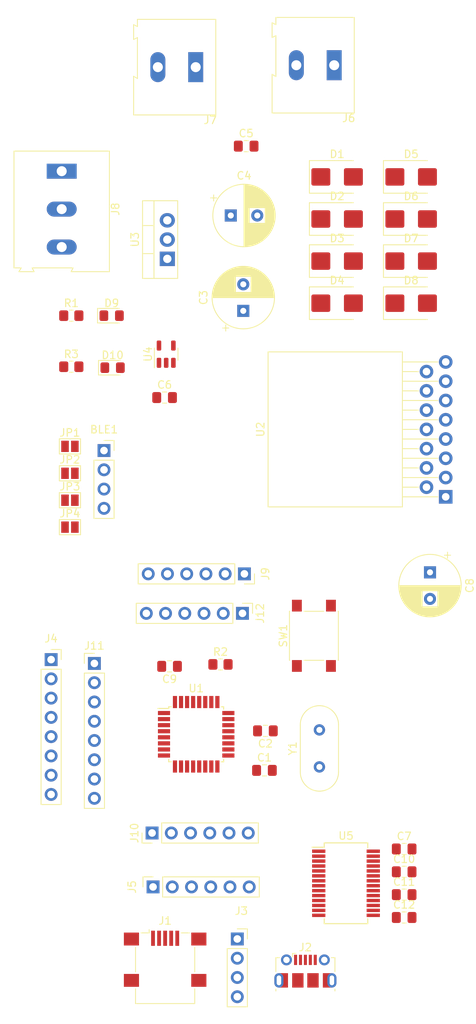
<source format=kicad_pcb>
(kicad_pcb (version 20221018) (generator pcbnew)
  (layers (0 "F.Cu" signal) (31 "B.Cu" signal) (34 "B.Paste" user) (35 "F.Paste" user) (36 "B.SilkS" user "B.Silkscreen") (37 "F.SilkS" user "F.Silkscreen") (38 "B.Mask" user) (39 "F.Mask" user) (44 "Edge.Cuts" user))
  (net 0 "")
  (net 1 "GND")
  (net 2 "Net-(U1-XTAL2{slash}PB7)")
  (net 3 "Net-(U1-XTAL1{slash}PB6)")
  (net 4 "VS")
  (net 5 "+5V")
  (net 6 "+3.3V")
  (net 7 "Net-(D1-A)")
  (net 8 "Net-(D2-A)")
  (net 9 "Net-(D3-A)")
  (net 10 "Net-(D4-A)")
  (net 11 "Net-(J1-ID)")
  (net 12 "Net-(BLE1-Pin_1)")
  (net 13 "Net-(BLE1-Pin_2)")
  (net 14 "Net-(J11-Pin_4)")
  (net 15 "Net-(J11-Pin_5)")
  (net 16 "/TX_BLE")
  (net 17 "/PWM0")
  (net 18 "/RX_BLE")
  (net 19 "Net-(J11-Pin_8)")
  (net 20 "/PWM2")
  (net 21 "/PWM3")
  (net 22 "Net-(J10-Pin_3)")
  (net 23 "Net-(J10-Pin_4)")
  (net 24 "Net-(J10-Pin_5)")
  (net 25 "Net-(J10-Pin_6)")
  (net 28 "Net-(J12-Pin_1)")
  (net 29 "Net-(J12-Pin_2)")
  (net 30 "Net-(J12-Pin_3)")
  (net 31 "Net-(J12-Pin_4)")
  (net 32 "Net-(J12-Pin_5)")
  (net 33 "Net-(J12-Pin_6)")
  (net 36 "Net-(D9-K)")
  (net 37 "Net-(D10-K)")
  (net 38 "/RXD")
  (net 39 "/TXD")
  (net 40 "Net-(U5-3V3OUT)")
  (net 41 "Net-(U5-DTR)")
  (net 42 "/DTR")
  (net 43 "Net-(J11-Pin_6)")
  (net 44 "Net-(J11-Pin_7)")
  (net 59 "Net-(J1-Shield)")
  (footprint "Connector_PinSocket_2.54mm:PinSocket_1x06_P2.54mm_Vertical" (layer "F.Cu") (at 116.967 171.831 90)
    (fp_text reference "J5" (at 0 -2.77 90) (layer "F.SilkS"))
    (fp_text value "Conn_01x06_Pin")
    (pad "1" thru_hole rect (at 0 0 90) (size 1.7 1.7) (drill 1) (layers "*.Cu" "*.Mask") (net 20 "/PWM2"))
    (pad "2" thru_hole oval (at 0 2.54 90) (size 1.7 1.7) (drill 1) (layers "*.Cu" "*.Mask") (net 21 "/PWM3"))
    (pad "3" thru_hole oval (at 0 5.08 90) (size 1.7 1.7) (drill 1) (layers "*.Cu" "*.Mask") (net 22 "Net-(J10-Pin_3)"))
    (pad "4" thru_hole oval (at 0 7.62 90) (size 1.7 1.7) (drill 1) (layers "*.Cu" "*.Mask") (net 23 "Net-(J10-Pin_4)"))
    (pad "5" thru_hole oval (at 0 10.16 90) (size 1.7 1.7) (drill 1) (layers "*.Cu" "*.Mask") (net 24 "Net-(J10-Pin_5)"))
    (pad "6" thru_hole oval (at 0 12.7 90) (size 1.7 1.7) (drill 1) (layers "*.Cu" "*.Mask") (net 25 "Net-(J10-Pin_6)"))
  )
  (footprint "Connector_PinSocket_2.54mm:PinSocket_1x04_P2.54mm_Vertical" (layer "F.Cu") (at 110.49 114.3)
    (fp_text reference "BLE1" (at 0 -2.77) (layer "F.SilkS"))
    (fp_text value "Conn_01x04_Pin")
    (pad "1" thru_hole rect (at 0 0) (size 1.7 1.7) (drill 1) (layers "*.Cu" "*.Mask") (net 12 "Net-(BLE1-Pin_1)"))
    (pad "2" thru_hole oval (at 0 2.54) (size 1.7 1.7) (drill 1) (layers "*.Cu" "*.Mask") (net 13 "Net-(BLE1-Pin_2)"))
    (pad "3" thru_hole oval (at 0 5.08) (size 1.7 1.7) (drill 1) (layers "*.Cu" "*.Mask") (net 16 "/TX_BLE"))
    (pad "4" thru_hole oval (at 0 7.62) (size 1.7 1.7) (drill 1) (layers "*.Cu" "*.Mask") (net 18 "/RX_BLE"))
  )
  (footprint "Diode_SMD:D_SMB" (layer "F.Cu") (at 141.277 83.774)
    (fp_text reference "D2" (at 0 -3) (layer "F.SilkS"))
    (fp_text value "B260")
    (pad "1" smd roundrect (at -2.15 0) (size 2.5 2.3) (layers "F.Cu" "F.Paste" "F.Mask") (roundrect_rratio 0.1086956522) (net 4 "VS"))
    (pad "2" smd roundrect (at 2.15 0) (size 2.5 2.3) (layers "F.Cu" "F.Paste" "F.Mask") (roundrect_rratio 0.1086956522) (net 8 "Net-(D2-A)"))
  )
  (footprint "Capacitor_SMD:C_0805_2012Metric_Pad1.18x1.45mm_HandSolder" (layer "F.Cu") (at 118.491 107.315)
    (fp_text reference "C6" (at 0 -1.68) (layer "F.SilkS"))
    (fp_text value "1uF")
    (pad "1" smd roundrect (at -1.0375 0) (size 1.175 1.45) (layers "F.Cu" "F.Paste" "F.Mask") (roundrect_rratio 0.212766) (net 6 "+3.3V"))
    (pad "2" smd roundrect (at 1.0375 0) (size 1.175 1.45) (layers "F.Cu" "F.Paste" "F.Mask") (roundrect_rratio 0.212766) (net 1 "GND"))
  )
  (footprint "Package_SO:SSOP-28_5.3x10.2mm_P0.65mm" (layer "F.Cu") (at 142.45 171.349)
    (fp_text reference "U5" (at 0 -6.25) (layer "F.SilkS"))
    (fp_text value "FT232RL")
    (pad "1" smd rect (at -3.6 -4.225) (size 1.75 0.45) (layers "F.Cu" "F.Paste" "F.Mask") (net 38 "/RXD"))
    (pad "2" smd rect (at -3.6 -3.575) (size 1.75 0.45) (layers "F.Cu" "F.Paste" "F.Mask") (net 41 "Net-(U5-DTR)"))
    (pad "3" smd rect (at -3.6 -2.925) (size 1.75 0.45) (layers "F.Cu" "F.Paste" "F.Mask"))
    (pad "4" smd rect (at -3.6 -2.275) (size 1.75 0.45) (layers "F.Cu" "F.Paste" "F.Mask"))
    (pad "5" smd rect (at -3.6 -1.625) (size 1.75 0.45) (layers "F.Cu" "F.Paste" "F.Mask") (net 39 "/TXD"))
    (pad "6" smd rect (at -3.6 -0.975) (size 1.75 0.45) (layers "F.Cu" "F.Paste" "F.Mask"))
    (pad "7" smd rect (at -3.6 -0.325) (size 1.75 0.45) (layers "F.Cu" "F.Paste" "F.Mask") (net 1 "GND"))
    (pad "8" smd rect (at -3.6 0.325) (size 1.75 0.45) (layers "F.Cu" "F.Paste" "F.Mask"))
    (pad "9" smd rect (at -3.6 0.975) (size 1.75 0.45) (layers "F.Cu" "F.Paste" "F.Mask"))
    (pad "10" smd rect (at -3.6 1.625) (size 1.75 0.45) (layers "F.Cu" "F.Paste" "F.Mask"))
    (pad "11" smd rect (at -3.6 2.275) (size 1.75 0.45) (layers "F.Cu" "F.Paste" "F.Mask"))
    (pad "12" smd rect (at -3.6 2.925) (size 1.75 0.45) (layers "F.Cu" "F.Paste" "F.Mask"))
    (pad "13" smd rect (at -3.6 3.575) (size 1.75 0.45) (layers "F.Cu" "F.Paste" "F.Mask"))
    (pad "14" smd rect (at -3.6 4.225) (size 1.75 0.45) (layers "F.Cu" "F.Paste" "F.Mask"))
    (pad "15" smd rect (at 3.6 4.225) (size 1.75 0.45) (layers "F.Cu" "F.Paste" "F.Mask") (net 1 "GND"))
    (pad "16" smd rect (at 3.6 3.575) (size 1.75 0.45) (layers "F.Cu" "F.Paste" "F.Mask") (net 1 "GND"))
    (pad "17" smd rect (at 3.6 2.925) (size 1.75 0.45) (layers "F.Cu" "F.Paste" "F.Mask") (net 40 "Net-(U5-3V3OUT)"))
    (pad "18" smd rect (at 3.6 2.275) (size 1.75 0.45) (layers "F.Cu" "F.Paste" "F.Mask") (net 1 "GND"))
    (pad "19" smd rect (at 3.6 1.625) (size 1.75 0.45) (layers "F.Cu" "F.Paste" "F.Mask"))
    (pad "20" smd rect (at 3.6 0.975) (size 1.75 0.45) (layers "F.Cu" "F.Paste" "F.Mask") (net 1 "GND"))
    (pad "21" smd rect (at 3.6 0.325) (size 1.75 0.45) (layers "F.Cu" "F.Paste" "F.Mask") (net 1 "GND"))
    (pad "22" smd rect (at 3.6 -0.325) (size 1.75 0.45) (layers "F.Cu" "F.Paste" "F.Mask"))
    (pad "23" smd rect (at 3.6 -0.975) (size 1.75 0.45) (layers "F.Cu" "F.Paste" "F.Mask"))
    (pad "24" smd rect (at 3.6 -1.625) (size 1.75 0.45) (layers "F.Cu" "F.Paste" "F.Mask"))
    (pad "25" smd rect (at 3.6 -2.275) (size 1.75 0.45) (layers "F.Cu" "F.Paste" "F.Mask") (net 1 "GND"))
    (pad "26" smd rect (at 3.6 -2.925) (size 1.75 0.45) (layers "F.Cu" "F.Paste" "F.Mask") (net 1 "GND"))
    (pad "27" smd rect (at 3.6 -3.575) (size 1.75 0.45) (layers "F.Cu" "F.Paste" "F.Mask"))
    (pad "28" smd rect (at 3.6 -4.225) (size 1.75 0.45) (layers "F.Cu" "F.Paste" "F.Mask"))
  )
  (footprint "Package_TO_SOT_THT:TO-220-3_Vertical" (layer "F.Cu") (at 118.8505 89.027 90)
    (fp_text reference "U3" (at 2.54 -4.27 90) (layer "F.SilkS"))
    (fp_text value "LM7805_TO220")
    (pad "1" thru_hole rect (at 0 0 90) (size 1.905 2) (drill 1.1) (layers "*.Cu" "*.Mask") (net 4 "VS"))
    (pad "2" thru_hole oval (at 2.54 0 90) (size 1.905 2) (drill 1.1) (layers "*.Cu" "*.Mask") (net 1 "GND"))
    (pad "3" thru_hole oval (at 5.08 0 90) (size 1.905 2) (drill 1.1) (layers "*.Cu" "*.Mask") (net 5 "+5V"))
  )
  (footprint "TerminalBlock:TerminalBlock_Altech_AK300-2_P5.00mm" (layer "F.Cu") (at 140.89 63.5 180)
    (fp_text reference "J6" (at -1.92 -6.99) (layer "F.SilkS"))
    (fp_text value "Moteur 2")
    (pad "1" thru_hole rect (at 0 0 180) (size 1.98 3.96) (drill 1.32) (layers "*.Cu" "*.Mask") (net 9 "Net-(D3-A)"))
    (pad "2" thru_hole oval (at 5 0 180) (size 1.98 3.96) (drill 1.32) (layers "*.Cu" "*.Mask") (net 10 "Net-(D4-A)"))
  )
  (footprint "Jumper:SolderJumper-2_P1.3mm_Open_Pad1.0x1.5mm" (layer "F.Cu") (at 105.99 120.85)
    (fp_text reference "JP3" (at 0 -1.8) (layer "F.SilkS"))
    (fp_text value "Jumper_2_Open")
    (pad "1" smd rect (at -0.65 0) (size 1 1.5) (layers "F.Cu" "F.Mask") (net 38 "/RXD"))
    (pad "2" smd rect (at 0.65 0) (size 1 1.5) (layers "F.Cu" "F.Mask") (net 16 "/TX_BLE"))
  )
  (footprint "Jumper:SolderJumper-2_P1.3mm_Open_Pad1.0x1.5mm" (layer "F.Cu") (at 105.99 117.3)
    (fp_text reference "JP2" (at 0 -1.8) (layer "F.SilkS"))
    (fp_text value "Jumper_2_Open")
    (pad "1" smd rect (at -0.65 0) (size 1 1.5) (layers "F.Cu" "F.Mask") (net 1 "GND"))
    (pad "2" smd rect (at 0.65 0) (size 1 1.5) (layers "F.Cu" "F.Mask") (net 13 "Net-(BLE1-Pin_2)"))
  )
  (footprint "Capacitor_SMD:C_0805_2012Metric_Pad1.18x1.45mm_HandSolder" (layer "F.Cu") (at 150.13 169.839)
    (fp_text reference "C10" (at 0 -1.68) (layer "F.SilkS"))
    (fp_text value "0.1uF")
    (pad "1" smd roundrect (at -1.0375 0) (size 1.175 1.45) (layers "F.Cu" "F.Paste" "F.Mask") (roundrect_rratio 0.212766) (net 1 "GND"))
    (pad "2" smd roundrect (at 1.0375 0) (size 1.175 1.45) (layers "F.Cu" "F.Paste" "F.Mask") (roundrect_rratio 0.212766) (net 1 "GND"))
  )
  (footprint "Diode_SMD:D_SMB" (layer "F.Cu") (at 141.277 89.324)
    (fp_text reference "D3" (at 0 -3) (layer "F.SilkS"))
    (fp_text value "B260")
    (pad "1" smd roundrect (at -2.15 0) (size 2.5 2.3) (layers "F.Cu" "F.Paste" "F.Mask") (roundrect_rratio 0.1086956522) (net 4 "VS"))
    (pad "2" smd roundrect (at 2.15 0) (size 2.5 2.3) (layers "F.Cu" "F.Paste" "F.Mask") (roundrect_rratio 0.1086956522) (net 9 "Net-(D3-A)"))
  )
  (footprint "Capacitor_THT:CP_Radial_D8.0mm_P3.50mm" (layer "F.Cu") (at 128.8835 95.885 90)
    (fp_text reference "C3" (at 1.75 -5.25 90) (layer "F.SilkS"))
    (fp_text value "100uF")
    (pad "1" thru_hole rect (at 0 0 90) (size 1.6 1.6) (drill 0.8) (layers "*.Cu" "*.Mask") (net 4 "VS"))
    (pad "2" thru_hole circle (at 3.5 0 90) (size 1.6 1.6) (drill 0.8) (layers "*.Cu" "*.Mask") (net 1 "GND"))
  )
  (footprint "Diode_SMD:D_SMB" (layer "F.Cu") (at 151.056 83.774)
    (fp_text reference "D6" (at 0 -3) (layer "F.SilkS"))
    (fp_text value "B260")
    (pad "1" smd roundrect (at -2.15 0) (size 2.5 2.3) (layers "F.Cu" "F.Paste" "F.Mask") (roundrect_rratio 0.1086956522) (net 8 "Net-(D2-A)"))
    (pad "2" smd roundrect (at 2.15 0) (size 2.5 2.3) (layers "F.Cu" "F.Paste" "F.Mask") (roundrect_rratio 0.1086956522) (net 1 "GND"))
  )
  (footprint "Button_Switch_SMD:SW_Push_1P1T_NO_6x6mm_H9.5mm" (layer "F.Cu") (at 138.212 138.722 90)
    (fp_text reference "SW1" (at 0 -4.05 90) (layer "F.SilkS"))
    (fp_text value "RESET BUTTON")
    (pad "1" smd rect (at -3.975 -2.25 90) (size 1.55 1.3) (layers "F.Cu" "F.Paste" "F.Mask") (net 42 "/DTR"))
    (pad "1" smd rect (at 3.975 -2.25 90) (size 1.55 1.3) (layers "F.Cu" "F.Paste" "F.Mask") (net 42 "/DTR"))
    (pad "2" smd rect (at -3.975 2.25 90) (size 1.55 1.3) (layers "F.Cu" "F.Paste" "F.Mask") (net 1 "GND"))
    (pad "2" smd rect (at 3.975 2.25 90) (size 1.55 1.3) (layers "F.Cu" "F.Paste" "F.Mask") (net 1 "GND"))
  )
  (footprint "Capacitor_SMD:C_0805_2012Metric_Pad1.18x1.45mm_HandSolder" (layer "F.Cu") (at 150.13 175.859)
    (fp_text reference "C12" (at 0 -1.68) (layer "F.SilkS"))
    (fp_text value "100uF")
    (pad "1" smd roundrect (at -1.0375 0) (size 1.175 1.45) (layers "F.Cu" "F.Paste" "F.Mask") (roundrect_rratio 0.212766) (net 41 "Net-(U5-DTR)"))
    (pad "2" smd roundrect (at 1.0375 0) (size 1.175 1.45) (layers "F.Cu" "F.Paste" "F.Mask") (roundrect_rratio 0.212766) (net 42 "/DTR"))
  )
  (footprint "Crystal:Crystal_HC49-U_Vertical" (layer "F.Cu") (at 138.938 156.01 90)
    (fp_text reference "Y1" (at 2.44 -3.525 90) (layer "F.SilkS"))
    (fp_text value "Crystal 16MHz")
    (pad "1" thru_hole circle (at 0 0 90) (size 1.5 1.5) (drill 0.8) (layers "*.Cu" "*.Mask") (net 2 "Net-(U1-XTAL2{slash}PB7)"))
    (pad "2" thru_hole circle (at 4.88 0 90) (size 1.5 1.5) (drill 0.8) (layers "*.Cu" "*.Mask") (net 3 "Net-(U1-XTAL1{slash}PB6)"))
  )
  (footprint "Diode_SMD:D_SMB" (layer "F.Cu") (at 151.056 89.324)
    (fp_text reference "D7" (at 0 -3) (layer "F.SilkS"))
    (fp_text value "B260")
    (pad "1" smd roundrect (at -2.15 0) (size 2.5 2.3) (layers "F.Cu" "F.Paste" "F.Mask") (roundrect_rratio 0.1086956522) (net 9 "Net-(D3-A)"))
    (pad "2" smd roundrect (at 2.15 0) (size 2.5 2.3) (layers "F.Cu" "F.Paste" "F.Mask") (roundrect_rratio 0.1086956522) (net 1 "GND"))
  )
  (footprint "Capacitor_SMD:C_0805_2012Metric_Pad1.18x1.45mm_HandSolder" (layer "F.Cu") (at 150.13 166.829)
    (fp_text reference "C7" (at 0 -1.68) (layer "F.SilkS"))
    (fp_text value "10uF")
    (pad "1" smd roundrect (at -1.0375 0) (size 1.175 1.45) (layers "F.Cu" "F.Paste" "F.Mask") (roundrect_rratio 0.212766) (net 1 "GND"))
    (pad "2" smd roundrect (at 1.0375 0) (size 1.175 1.45) (layers "F.Cu" "F.Paste" "F.Mask") (roundrect_rratio 0.212766) (net 1 "GND"))
  )
  (footprint "LED_SMD:LED_0805_2012Metric_Pad1.15x1.40mm_HandSolder" (layer "F.Cu") (at 111.624 103.378)
    (fp_text reference "D10" (at 0 -1.65) (layer "F.SilkS"))
    (fp_text value "5V LED Green")
    (pad "1" smd roundrect (at -1.025 0) (size 1.15 1.4) (layers "F.Cu" "F.Paste" "F.Mask") (roundrect_rratio 0.217391) (net 37 "Net-(D10-K)"))
    (pad "2" smd roundrect (at 1.025 0) (size 1.15 1.4) (layers "F.Cu" "F.Paste" "F.Mask") (roundrect_rratio 0.217391) (net 5 "+5V"))
  )
  (footprint "Connector_PinSocket_2.54mm:PinSocket_1x06_P2.54mm_Vertical" (layer "F.Cu") (at 129.032 130.556 -90)
    (fp_text reference "J9" (at 0 -2.77 90) (layer "F.SilkS"))
    (fp_text value "Conn_01x06_Pin")
    (pad "1" thru_hole rect (at 0 0 270) (size 1.7 1.7) (drill 1) (layers "*.Cu" "*.Mask") (net 28 "Net-(J12-Pin_1)"))
    (pad "2" thru_hole oval (at 0 2.54 270) (size 1.7 1.7) (drill 1) (layers "*.Cu" "*.Mask") (net 29 "Net-(J12-Pin_2)"))
    (pad "3" thru_hole oval (at 0 5.08 270) (size 1.7 1.7) (drill 1) (layers "*.Cu" "*.Mask") (net 30 "Net-(J12-Pin_3)"))
    (pad "4" thru_hole oval (at 0 7.62 270) (size 1.7 1.7) (drill 1) (layers "*.Cu" "*.Mask") (net 31 "Net-(J12-Pin_4)"))
    (pad "5" thru_hole oval (at 0 10.16 270) (size 1.7 1.7) (drill 1) (layers "*.Cu" "*.Mask") (net 32 "Net-(J12-Pin_5)"))
    (pad "6" thru_hole oval (at 0 12.7 270) (size 1.7 1.7) (drill 1) (layers "*.Cu" "*.Mask") (net 33 "Net-(J12-Pin_6)"))
  )
  (footprint "Resistor_SMD:R_0805_2012Metric_Pad1.20x1.40mm_HandSolder" (layer "F.Cu") (at 106.172 96.52)
    (fp_text reference "R1" (at 0 -1.65) (layer "F.SilkS"))
    (fp_text value "1K")
    (pad "1" smd roundrect (at -1 0) (size 1.2 1.4) (layers "F.Cu" "F.Paste" "F.Mask") (roundrect_rratio 0.208333) (net 1 "GND"))
    (pad "2" smd roundrect (at 1 0) (size 1.2 1.4) (layers "F.Cu" "F.Paste" "F.Mask") (roundrect_rratio 0.208333) (net 36 "Net-(D9-K)"))
  )
  (footprint "Capacitor_THT:CP_Radial_D8.0mm_P3.50mm" (layer "F.Cu") (at 153.543 130.358 -90)
    (fp_text reference "C8" (at 1.75 -5.25 90) (layer "F.SilkS"))
    (fp_text value "220uF/32V")
    (pad "1" thru_hole rect (at 0 0 270) (size 1.6 1.6) (drill 0.8) (layers "*.Cu" "*.Mask") (net 4 "VS"))
    (pad "2" thru_hole circle (at 3.5 0 270) (size 1.6 1.6) (drill 0.8) (layers "*.Cu" "*.Mask") (net 1 "GND"))
  )
  (footprint "Resistor_SMD:R_0805_2012Metric_Pad1.20x1.40mm_HandSolder" (layer "F.Cu") (at 106.172 103.251)
    (fp_text reference "R3" (at 0 -1.65) (layer "F.SilkS"))
    (fp_text value "1K")
    (pad "1" smd roundrect (at -1 0) (size 1.2 1.4) (layers "F.Cu" "F.Paste" "F.Mask") (roundrect_rratio 0.208333) (net 1 "GND"))
    (pad "2" smd roundrect (at 1 0) (size 1.2 1.4) (layers "F.Cu" "F.Paste" "F.Mask") (roundrect_rratio 0.208333) (net 37 "Net-(D10-K)"))
  )
  (footprint "Capacitor_THT:CP_Radial_D8.0mm_P3.50mm" (layer "F.Cu") (at 127.2325 83.312)
    (fp_text reference "C4" (at 1.75 -5.25) (layer "F.SilkS"))
    (fp_text value "100uf")
    (pad "1" thru_hole rect (at 0 0) (size 1.6 1.6) (drill 0.8) (layers "*.Cu" "*.Mask") (net 5 "+5V"))
    (pad "2" thru_hole circle (at 3.5 0) (size 1.6 1.6) (drill 0.8) (layers "*.Cu" "*.Mask") (net 1 "GND"))
  )
  (footprint "Connector_PinHeader_2.54mm:PinHeader_1x08_P2.54mm_Vertical" (layer "F.Cu") (at 109.22 142.367)
    (fp_text reference "J11" (at 0 -2.33) (layer "F.SilkS"))
    (fp_text value "Conn_01x08_Socket")
    (pad "1" thru_hole rect (at 0 0) (size 1.7 1.7) (drill 1) (layers "*.Cu" "*.Mask") (net 38 "/RXD"))
    (pad "2" thru_hole oval (at 0 2.54) (size 1.7 1.7) (drill 1) (layers "*.Cu" "*.Mask") (net 39 "/TXD"))
    (pad "3" thru_hole oval (at 0 5.08) (size 1.7 1.7) (drill 1) (layers "*.Cu" "*.Mask") (net 17 "/PWM0"))
    (pad "4" thru_hole oval (at 0 7.62) (size 1.7 1.7) (drill 1) (layers "*.Cu" "*.Mask") (net 14 "Net-(J11-Pin_4)"))
    (pad "5" thru_hole oval (at 0 10.16) (size 1.7 1.7) (drill 1) (layers "*.Cu" "*.Mask") (net 15 "Net-(J11-Pin_5)"))
    (pad "6" thru_hole oval (at 0 12.7) (size 1.7 1.7) (drill 1) (layers "*.Cu" "*.Mask") (net 43 "Net-(J11-Pin_6)"))
    (pad "7" thru_hole oval (at 0 15.24) (size 1.7 1.7) (drill 1) (layers "*.Cu" "*.Mask") (net 44 "Net-(J11-Pin_7)"))
    (pad "8" thru_hole oval (at 0 17.78) (size 1.7 1.7) (drill 1) (layers "*.Cu" "*.Mask") (net 19 "Net-(J11-Pin_8)"))
  )
  (footprint "TerminalBlock:TerminalBlock_Altech_AK300-3_P5.00mm" (layer "F.Cu") (at 104.902 77.47 -90)
    (fp_text reference "J8" (at 5 -7.1 90) (layer "F.SilkS"))
    (fp_text value "Power")
    (pad "1" thru_hole rect (at 0 0 270) (size 1.98 3.96) (drill 1.32) (layers "*.Cu" "*.Mask") (net 4 "VS"))
    (pad "2" thru_hole oval (at 5 0 270) (size 1.98 3.96) (drill 1.32) (layers "*.Cu" "*.Mask") (net 1 "GND"))
    (pad "3" thru_hole oval (at 10 0 270) (size 1.98 3.96) (drill 1.32) (layers "*.Cu" "*.Mask") (net 5 "+5V"))
  )
  (footprint "Connector_PinHeader_2.54mm:PinHeader_1x06_P2.54mm_Vertical" (layer "F.Cu") (at 116.84 164.719 90)
    (fp_text reference "J10" (at 0 -2.33 90) (layer "F.SilkS"))
    (fp_text value "Conn_01x06_Socket")
    (pad "1" thru_hole rect (at 0 0 90) (size 1.7 1.7) (drill 1) (layers "*.Cu" "*.Mask") (net 20 "/PWM2"))
    (pad "2" thru_hole oval (at 0 2.54 90) (size 1.7 1.7) (drill 1) (layers "*.Cu" "*.Mask") (net 21 "/PWM3"))
    (pad "3" thru_hole oval (at 0 5.08 90) (size 1.7 1.7) (drill 1) (layers "*.Cu" "*.Mask") (net 22 "Net-(J10-Pin_3)"))
    (pad "4" thru_hole oval (at 0 7.62 90) (size 1.7 1.7) (drill 1) (layers "*.Cu" "*.Mask") (net 23 "Net-(J10-Pin_4)"))
    (pad "5" thru_hole oval (at 0 10.16 90) (size 1.7 1.7) (drill 1) (layers "*.Cu" "*.Mask") (net 24 "Net-(J10-Pin_5)"))
    (pad "6" thru_hole oval (at 0 12.7 90) (size 1.7 1.7) (drill 1) (layers "*.Cu" "*.Mask") (net 25 "Net-(J10-Pin_6)"))
  )
  (footprint "LED_SMD:LED_0805_2012Metric_Pad1.15x1.40mm_HandSolder" (layer "F.Cu") (at 111.497 96.52)
    (fp_text reference "D9" (at 0 -1.65) (layer "F.SilkS"))
    (fp_text value "3.3V LED Green")
    (pad "1" smd roundrect (at -1.025 0) (size 1.15 1.4) (layers "F.Cu" "F.Paste" "F.Mask") (roundrect_rratio 0.217391) (net 36 "Net-(D9-K)"))
    (pad "2" smd roundrect (at 1.025 0) (size 1.15 1.4) (layers "F.Cu" "F.Paste" "F.Mask") (roundrect_rratio 0.217391) (net 6 "+3.3V"))
  )
  (footprint "Capacitor_SMD:C_0805_2012Metric_Pad1.18x1.45mm_HandSolder" (layer "F.Cu") (at 131.6775 156.464)
    (fp_text reference "C1" (at 0 -1.68) (layer "F.SilkS"))
    (fp_text value "20pF")
    (pad "1" smd roundrect (at -1.0375 0) (size 1.175 1.45) (layers "F.Cu" "F.Paste" "F.Mask") (roundrect_rratio 0.212766) (net 1 "GND"))
    (pad "2" smd roundrect (at 1.0375 0) (size 1.175 1.45) (layers "F.Cu" "F.Paste" "F.Mask") (roundrect_rratio 0.212766) (net 2 "Net-(U1-XTAL2{slash}PB7)"))
  )
  (footprint "Connector_PinSocket_2.54mm:PinSocket_1x04_P2.54mm_Vertical" (layer "F.Cu") (at 128.093 178.689)
    (fp_text reference "J3" (at 0.543 -3.683) (layer "F.SilkS"))
    (fp_text value "Conn_01x04_Pin")
    (pad "1" thru_hole rect (at 0 0) (size 1.7 1.7) (drill 1) (layers "*.Cu" "*.Mask") (net 1 "GND"))
    (pad "2" thru_hole oval (at 0 2.54) (size 1.7 1.7) (drill 1) (layers "*.Cu" "*.Mask") (net 1 "GND"))
    (pad "3" thru_hole oval (at 0 5.08) (size 1.7 1.7) (drill 1) (layers "*.Cu" "*.Mask") (net 1 "GND"))
    (pad "4" thru_hole oval (at 0 7.62) (size 1.7 1.7) (drill 1) (layers "*.Cu" "*.Mask") (net 1 "GND"))
  )
  (footprint "Jumper:SolderJumper-2_P1.3mm_Open_Pad1.0x1.5mm" (layer "F.Cu") (at 105.99 124.4)
    (fp_text reference "JP4" (at 0 -1.8) (layer "F.SilkS"))
    (fp_text value "Jumper_2_Open")
    (pad "1" smd rect (at -0.65 0) (size 1 1.5) (layers "F.Cu" "F.Mask") (net 39 "/TXD"))
    (pad "2" smd rect (at 0.65 0) (size 1 1.5) (layers "F.Cu" "F.Mask") (net 18 "/RX_BLE"))
  )
  (footprint "Capacitor_SMD:C_0805_2012Metric_Pad1.18x1.45mm_HandSolder" (layer "F.Cu") (at 119.1475 142.748 180)
    (fp_text reference "C9" (at 0 -1.68) (layer "F.SilkS"))
    (fp_text value "100nF")
    (pad "1" smd roundrect (at -1.0375 0 180) (size 1.175 1.45) (layers "F.Cu" "F.Paste" "F.Mask") (roundrect_rratio 0.212766) (net 5 "+5V"))
    (pad "2" smd roundrect (at 1.0375 0 180) (size 1.175 1.45) (layers "F.Cu" "F.Paste" "F.Mask") (roundrect_rratio 0.212766) (net 1 "GND"))
  )
  (footprint "Diode_SMD:D_SMB" (layer "F.Cu") (at 141.277 94.874)
    (fp_text reference "D4" (at 0 -3) (layer "F.SilkS"))
    (fp_text value "B260")
    (pad "1" smd roundrect (at -2.15 0) (size 2.5 2.3) (layers "F.Cu" "F.Paste" "F.Mask") (roundrect_rratio 0.1086956522) (net 4 "VS"))
    (pad "2" smd roundrect (at 2.15 0) (size 2.5 2.3) (layers "F.Cu" "F.Paste" "F.Mask") (roundrect_rratio 0.1086956522) (net 10 "Net-(D4-A)"))
  )
  (footprint "Capacitor_SMD:C_0805_2012Metric_Pad1.18x1.45mm_HandSolder" (layer "F.Cu") (at 150.13 172.849)
    (fp_text reference "C11" (at 0 -1.68) (layer "F.SilkS"))
    (fp_text value "0.1uF")
    (pad "1" smd roundrect (at -1.0375 0) (size 1.175 1.45) (layers "F.Cu" "F.Paste" "F.Mask") (roundrect_rratio 0.212766) (net 1 "GND"))
    (pad "2" smd roundrect (at 1.0375 0) (size 1.175 1.45) (layers "F.Cu" "F.Paste" "F.Mask") (roundrect_rratio 0.212766) (net 40 "Net-(U5-3V3OUT)"))
  )
  (footprint "Diode_SMD:D_SMB" (layer "F.Cu") (at 141.277 78.224)
    (fp_text reference "D1" (at 0 -3) (layer "F.SilkS"))
    (fp_text value "B260")
    (pad "1" smd roundrect (at -2.15 0) (size 2.5 2.3) (layers "F.Cu" "F.Paste" "F.Mask") (roundrect_rratio 0.1086956522) (net 4 "VS"))
    (pad "2" smd roundrect (at 2.15 0) (size 2.5 2.3) (layers "F.Cu" "F.Paste" "F.Mask") (roundrect_rratio 0.1086956522) (net 7 "Net-(D1-A)"))
  )
  (footprint "Connector_USB:USB_Mini-B_Lumberg_2486_01_Horizontal" (layer "F.Cu") (at 118.563 181.3)
    (fp_text reference "J1" (at 0 -5) (layer "F.SilkS"))
    (fp_text value "USB_B_Mini")
    (pad "" np_thru_hole circle (at -2.2 0) (size 1 1) (drill 1) (layers "*.Cu" "*.Mask"))
    (pad "" np_thru_hole circle (at 2.2 0) (size 1 1) (drill 1) (layers "*.Cu" "*.Mask"))
    (pad "1" smd rect (at -1.6 -2.7) (size 0.5 2) (layers "F.Cu" "F.Paste" "F.Mask") (net 1 "GND"))
    (pad "2" smd rect (at -0.8 -2.7) (size 0.5 2) (layers "F.Cu" "F.Paste" "F.Mask") (net 1 "GND"))
    (pad "3" smd rect (at 0 -2.7) (size 0.5 2) (layers "F.Cu" "F.Paste" "F.Mask") (net 1 "GND"))
    (pad "4" smd rect (at 0.8 -2.7) (size 0.5 2) (layers "F.Cu" "F.Paste" "F.Mask") (net 11 "Net-(J1-ID)"))
    (pad "5" smd rect (at 1.6 -2.7) (size 0.5 2) (layers "F.Cu" "F.Paste" "F.Mask") (net 1 "GND"))
    (pad "6" smd rect (at -4.45 -2.6) (size 2 1.7) (layers "F.Cu" "F.Paste" "F.Mask") (net 59 "Net-(J1-Shield)"))
    (pad "6" smd rect (at -4.45 2.85) (size 2 1.7) (layers "F.Cu" "F.Paste" "F.Mask") (net 59 "Net-(J1-Shield)"))
    (pad "6" smd rect (at 4.45 -2.6) (size 2 1.7) (layers "F.Cu" "F.Paste" "F.Mask") (net 59 "Net-(J1-Shield)"))
    (pad "6" smd rect (at 4.45 2.85) (size 2 1.7) (layers "F.Cu" "F.Paste" "F.Mask") (net 59 "Net-(J1-Shield)"))
  )
  (footprint "TerminalBlock:TerminalBlock_Altech_AK300-2_P5.00mm" (layer "F.Cu") (at 122.602 63.754 180)
    (fp_text reference "J7" (at -1.92 -6.99) (layer "F.SilkS"))
    (fp_text value "Moteur 1")
    (pad "1" thru_hole rect (at 0 0 180) (size 1.98 3.96) (drill 1.32) (layers "*.Cu" "*.Mask") (net 7 "Net-(D1-A)"))
    (pad "2" thru_hole oval (at 5 0 180) (size 1.98 3.96) (drill 1.32) (layers "*.Cu" "*.Mask") (net 8 "Net-(D2-A)"))
  )
  (footprint "Package_QFP:TQFP-32_7x7mm_P0.8mm" (layer "F.Cu") (at 122.663 151.706)
    (fp_text reference "U1" (at 0 -6.05) (layer "F.SilkS"))
    (fp_text value "ATmega328P-A")
    (pad "1" smd rect (at -4.25 -2.8) (size 1.6 0.55) (layers "F.Cu" "F.Paste" "F.Mask") (net 14 "Net-(J11-Pin_4)"))
    (pad "2" smd rect (at -4.25 -2) (size 1.6 0.55) (layers "F.Cu" "F.Paste" "F.Mask") (net 15 "Net-(J11-Pin_5)"))
    (pad "3" smd rect (at -4.25 -1.2) (size 1.6 0.55) (layers "F.Cu" "F.Paste" "F.Mask") (net 1 "GND"))
    (pad "4" smd rect (at -4.25 -0.4) (size 1.6 0.55) (layers "F.Cu" "F.Paste" "F.Mask") (net 5 "+5V"))
    (pad "5" smd rect (at -4.25 0.4) (size 1.6 0.55) (layers "F.Cu" "F.Paste" "F.Mask") (net 1 "GND"))
    (pad "6" smd rect (at -4.25 1.2) (size 1.6 0.55) (layers "F.Cu" "F.Paste" "F.Mask") (net 5 "+5V"))
    (pad "7" smd rect (at -4.25 2) (size 1.6 0.55) (layers "F.Cu" "F.Paste" "F.Mask") (net 3 "Net-(U1-XTAL1{slash}PB6)"))
    (pad "8" smd rect (at -4.25 2.8) (size 1.6 0.55) (layers "F.Cu" "F.Paste" "F.Mask") (net 2 "Net-(U1-XTAL2{slash}PB7)"))
    (pad "9" smd rect (at -2.8 4.25 90) (size 1.6 0.55) (layers "F.Cu" "F.Paste" "F.Mask") (net 43 "Net-(J11-Pin_6)"))
    (pad "10" smd rect (at -2 4.25 90) (size 1.6 0.55) (layers "F.Cu" "F.Paste" "F.Mask") (net 44 "Net-(J11-Pin_7)"))
    (pad "11" smd rect (at -1.2 4.25 90) (size 1.6 0.55) (layers "F.Cu" "F.Paste" "F.Mask") (net 19 "Net-(J11-Pin_8)"))
    (pad "12" smd rect (at -0.4 4.25 90) (size 1.6 0.55) (layers "F.Cu" "F.Paste" "F.Mask") (net 20 "/PWM2"))
    (pad "13" smd rect (at 0.4 4.25 90) (size 1.6 0.55) (layers "F.Cu" "F.Paste" "F.Mask") (net 21 "/PWM3"))
    (pad "14" smd rect (at 1.2 4.25 90) (size 1.6 0.55) (layers "F.Cu" "F.Paste" "F.Mask") (net 22 "Net-(J10-Pin_3)"))
    (pad "15" smd rect (at 2 4.25 90) (size 1.6 0.55) (layers "F.Cu" "F.Paste" "F.Mask") (net 23 "Net-(J10-Pin_4)"))
    (pad "16" smd rect (at 2.8 4.25 90) (size 1.6 0.55) (layers "F.Cu" "F.Paste" "F.Mask") (net 24 "Net-(J10-Pin_5)"))
    (pad "17" smd rect (at 4.25 2.8) (size 1.6 0.55) (layers "F.Cu" "F.Paste" "F.Mask") (net 25 "Net-(J10-Pin_6)"))
    (pad "18" smd rect (at 4.25 2) (size 1.6 0.55) (layers "F.Cu" "F.Paste" "F.Mask") (net 5 "+5V"))
    (pad "19" smd rect (at 4.25 1.2) (size 1.6 0.55) (layers "F.Cu" "F.Paste" "F.Mask"))
    (pad "20" smd rect (at 4.25 0.4) (size 1.6 0.55) (layers "F.Cu" "F.Paste" "F.Mask") (net 5 "+5V"))
    (pad "21" smd rect (at 4.25 -0.4) (size 1.6 0.55) (layers "F.Cu" "F.Paste" "F.Mask") (net 1 "GND"))
    (pad "22" smd rect (at 4.25 -1.2) (size 1.6 0.55) (layers "F.Cu" "F.Paste" "F.Mask"))
    (pad "23" smd rect (at 4.25 -2) (size 1.6 0.55) (layers "F.Cu" "F.Paste" "F.Mask") (net 28 "Net-(J12-Pin_1)"))
    (pad "24" smd rect (at 4.25 -2.8) (size 1.6 0.55) (layers "F.Cu" "F.Paste" "F.Mask") (net 29 "Net-(J12-Pin_2)"))
    (pad "25" smd rect (at 2.8 -4.25 90) (size 1.6 0.55) (layers "F.Cu" "F.Paste" "F.Mask") (net 30 "Net-(J12-Pin_3)"))
    (pad "26" smd rect (at 2 -4.25 90) (size 1.6 0.55) (layers "F.Cu" "F.Paste" "F.Mask") (net 31 "Net-(J12-Pin_4)"))
    (pad "27" smd rect (at 1.2 -4.25 90) (size 1.6 0.55) (layers "F.Cu" "F.Paste" "F.Mask") (net 32 "Net-(J12-Pin_5)"))
    (pad "28" smd rect (at 0.4 -4.25 90) (size 1.6 0.55) (layers "F.Cu" "F.Paste" "F.Mask") (net 33 "Net-(J12-Pin_6)"))
    (pad "29" smd rect (at -0.4 -4.25 90) (size 1.6 0.55) (layers "F.Cu" "F.Paste" "F.Mask") (net 42 "/DTR"))
    (pad "30" smd rect (at -1.2 -4.25 90) (size 1.6 0.55) (layers "F.Cu" "F.Paste" "F.Mask") (net 38 "/RXD"))
    (pad "31" smd rect (at -2 -4.25 90) (size 1.6 0.55) (layers "F.Cu" "F.Paste" "F.Mask") (net 39 "/TXD"))
    (pad "32" smd rect (at -2.8 -4.25 90) (size 1.6 0.55) (layers "F.Cu" "F.Paste" "F.Mask") (net 17 "/PWM0"))
  )
  (footprint "Capacitor_SMD:C_0805_2012Metric_Pad1.18x1.45mm_HandSolder" (layer "F.Cu") (at 129.2645 74.168)
    (fp_text reference "C5" (at 0 -1.68) (layer "F.SilkS"))
    (fp_text value "100nF")
    (pad "1" smd roundrect (at -1.0375 0) (size 1.175 1.45) (layers "F.Cu" "F.Paste" "F.Mask") (roundrect_rratio 0.212766) (net 5 "+5V"))
    (pad "2" smd roundrect (at 1.0375 0) (size 1.175 1.45) (layers "F.Cu" "F.Paste" "F.Mask") (roundrect_rratio 0.212766) (net 1 "GND"))
  )
  (footprint "Connector_PinHeader_2.54mm:PinHeader_1x06_P2.54mm_Vertical" (layer "F.Cu") (at 128.778 135.763 -90)
    (fp_text reference "J12" (at 0 -2.33 90) (layer "F.SilkS"))
    (fp_text value "Conn_01x06_Socket")
    (pad "1" thru_hole rect (at 0 0 270) (size 1.7 1.7) (drill 1) (layers "*.Cu" "*.Mask") (net 28 "Net-(J12-Pin_1)"))
    (pad "2" thru_hole oval (at 0 2.54 270) (size 1.7 1.7) (drill 1) (layers "*.Cu" "*.Mask") (net 29 "Net-(J12-Pin_2)"))
    (pad "3" thru_hole oval (at 0 5.08 270) (size 1.7 1.7) (drill 1) (layers "*.Cu" "*.Mask") (net 30 "Net-(J12-Pin_3)"))
    (pad "4" thru_hole oval (at 0 7.62 270) (size 1.7 1.7) (drill 1) (layers "*.Cu" "*.Mask") (net 31 "Net-(J12-Pin_4)"))
    (pad "5" thru_hole oval (at 0 10.16 270) (size 1.7 1.7) (drill 1) (layers "*.Cu" "*.Mask") (net 32 "Net-(J12-Pin_5)"))
    (pad "6" thru_hole oval (at 0 12.7 270) (size 1.7 1.7) (drill 1) (layers "*.Cu" "*.Mask") (net 33 "Net-(J12-Pin_6)"))
  )
  (footprint "Connector_USB:USB_Micro-B_Molex-105017-0001" (layer "F.Cu") (at 137.089 182.9125)
    (fp_text reference "J2" (at 0 -3.1125) (layer "F.SilkS"))
    (fp_text value "USB_B_Micro")
    (pad "1" smd rect (at -1.3 -1.4625) (size 0.4 1.35) (layers "F.Cu" "F.Paste" "F.Mask") (net 1 "GND"))
    (pad "2" smd rect (at -0.65 -1.4625) (size 0.4 1.35) (layers "F.Cu" "F.Paste" "F.Mask") (net 1 "GND"))
    (pad "3" smd rect (at 0 -1.4625) (size 0.4 1.35) (layers "F.Cu" "F.Paste" "F.Mask") (net 1 "GND"))
    (pad "4" smd rect (at 0.65 -1.4625) (size 0.4 1.35) (layers "F.Cu" "F.Paste" "F.Mask") (net 11 "Net-(J1-ID)"))
    (pad "5" smd rect (at 1.3 -1.4625) (size 0.4 1.35) (layers "F.Cu" "F.Paste" "F.Mask") (net 1 "GND"))
    (pad "6" thru_hole oval (at -3.5 1.2375 180) (size 1.2 1.9) (drill oval 0.6 1.3) (layers "*.Cu" "*.Mask") (net 59 "Net-(J1-Shield)"))
    (pad "6" smd rect (at -2.9 1.2375) (size 1.2 1.9) (layers "F.Cu" "F.Mask") (net 59 "Net-(J1-Shield)"))
    (pad "6" thru_hole circle (at -2.5 -1.4625) (size 1.45 1.45) (drill 0.85) (layers "*.Cu" "*.Mask") (net 59 "Net-(J1-Shield)"))
    (pad "6" smd rect (at -1 1.2375) (size 1.5 1.9) (layers "F.Cu" "F.Paste" "F.Mask") (net 59 "Net-(J1-Shield)"))
    (pad "6" smd rect (at 1 1.2375) (size 1.5 1.9) (layers "F.Cu" "F.Paste" "F.Mask") (net 59 "Net-(J1-Shield)"))
    (pad "6" thru_hole circle (at 2.5 -1.4625) (size 1.45 1.45) (drill 0.85) (layers "*.Cu" "*.Mask") (net 59 "Net-(J1-Shield)"))
    (pad "6" smd rect (at 2.9 1.2375) (size 1.2 1.9) (layers "F.Cu" "F.Mask") (net 59 "Net-(J1-Shield)"))
    (pad "6" thru_hole oval (at 3.5 1.2375) (size 1.2 1.9) (drill oval 0.6 1.3) (layers "*.Cu" "*.Mask") (net 59 "Net-(J1-Shield)"))
  )
  (footprint "Capacitor_SMD:C_0805_2012Metric_Pad1.18x1.45mm_HandSolder" (layer "F.Cu") (at 131.8045 151.257 180)
    (fp_text reference "C2" (at 0 -1.68) (layer "F.SilkS"))
    (fp_text value "20pF")
    (pad "1" smd roundrect (at -1.0375 0 180) (size 1.175 1.45) (layers "F.Cu" "F.Paste" "F.Mask") (roundrect_rratio 0.212766) (net 3 "Net-(U1-XTAL1{slash}PB6)"))
    (pad "2" smd roundrect (at 1.0375 0 180) (size 1.175 1.45) (layers "F.Cu" "F.Paste" "F.Mask") (roundrect_rratio 0.212766) (net 1 "GND"))
  )
  (footprint "Jumper:SolderJumper-2_P1.3mm_Open_Pad1.0x1.5mm" (layer "F.Cu") (at 105.99 113.75)
    (fp_text reference "JP1" (at 0 -1.8) (layer "F.SilkS"))
    (fp_text value "Jumper_2_Open")
    (pad "1" smd rect (at -0.65 0) (size 1 1.5) (layers "F.Cu" "F.Mask") (net 5 "+5V"))
    (pad "2" smd rect (at 0.65 0) (size 1 1.5) (layers "F.Cu" "F.Mask") (net 12 "Net-(BLE1-Pin_1)"))
  )
  (footprint "Resistor_SMD:R_0805_2012Metric_Pad1.20x1.40mm_HandSolder" (layer "F.Cu") (at 125.873 142.494)
    (fp_text reference "R2" (at 0 -1.65) (layer "F.SilkS"))
    (fp_text value "10K")
    (pad "1" smd roundrect (at -1 0) (size 1.2 1.4) (layers "F.Cu" "F.Paste" "F.Mask") (roundrect_rratio 0.208333) (net 5 "+5V"))
    (pad "2" smd roundrect (at 1 0) (size 1.2 1.4) (layers "F.Cu" "F.Paste" "F.Mask") (roundrect_rratio 0.208333) (net 42 "/DTR"))
  )
  (footprint "Diode_SMD:D_SMB" (layer "F.Cu") (at 151.056 94.874)
    (fp_text reference "D8" (at 0 -3) (layer "F.SilkS"))
    (fp_text value "B260")
    (pad "1" smd roundrect (at -2.15 0) (size 2.5 2.3) (layers "F.Cu" "F.Paste" "F.Mask") (roundrect_rratio 0.1086956522) (net 10 "Net-(D4-A)"))
    (pad "2" smd roundrect (at 2.15 0) (size 2.5 2.3) (layers "F.Cu" "F.Paste" "F.Mask") (roundrect_rratio 0.1086956522) (net 1 "GND"))
  )
  (footprint "Package_TO_SOT_THT:TO-220-15_P2.54x2.54mm_StaggerOdd_Lead5.84mm_TabDown" (layer "F.Cu") (at 155.619 120.401 90)
    (fp_text reference "U2" (at 8.89 -24.46 90) (layer "F.SilkS"))
    (fp_text value "L298HN")
    (pad "" np_thru_hole oval (at 8.89 -20.54 90) (size 3.5 3.5) (drill 3.5) (layers "*.Cu" "*.Mask"))
    (pad "1" thru_hole rect (at 0 0 90) (size 1.8 1.8) (drill 1) (layers "*.Cu" "*.Mask") (net 1 "GND"))
    (pad "2" thru_hole oval (at 1.27 -2.54 90) (size 1.8 1.8) (drill 1) (layers "*.Cu" "*.Mask") (net 7 "Net-(D1-A)"))
    (pad "3" thru_hole oval (at 2.54 0 90) (size 1.8 1.8) (drill 1) (layers "*.Cu" "*.Mask") (net 8 "Net-(D2-A)"))
    (pad "4" thru_hole oval (at 3.81 -2.54 90) (size 1.8 1.8) (drill 1) (layers "*.Cu" "*.Mask") (net 4 "VS"))
    (pad "5" thru_hole oval (at 5.08 0 90) (size 1.8 1.8) (drill 1) (layers "*.Cu" "*.Mask") (net 17 "/PWM0"))
    (pad "6" thru_hole oval (at 6.35 -2.54 90) (size 1.8 1.8) (drill 1) (layers "*.Cu" "*.Mask") (net 5 "+5V"))
    (pad "7" thru_hole oval (at 7.62 0 90) (size 1.8 1.8) (drill 1) (layers "*.Cu" "*.Mask") (net 17 "/PWM0"))
    (pad "8" thru_hole oval (at 8.89 -2.54 90) (size 1.8 1.8) (drill 1) (layers "*.Cu" "*.Mask") (net 1 "GND"))
    (pad "9" thru_hole oval (at 10.16 0 90) (size 1.8 1.8) (drill 1) (layers "*.Cu" "*.Mask") (net 5 "+5V"))
    (pad "10" thru_hole oval (at 11.43 -2.54 90) (size 1.8 1.8) (drill 1) (layers "*.Cu" "*.Mask") (net 20 "/PWM2"))
    (pad "11" thru_hole oval (at 12.7 0 90) (size 1.8 1.8) (drill 1) (layers "*.Cu" "*.Mask") (net 5 "+5V"))
    (pad "12" thru_hole oval (at 13.97 -2.54 90) (size 1.8 1.8) (drill 1) (layers "*.Cu" "*.Mask") (net 21 "/PWM3"))
    (pad "13" thru_hole oval (at 15.24 0 90) (size 1.8 1.8) (drill 1) (layers "*.Cu" "*.Mask") (net 9 "Net-(D3-A)"))
    (pad "14" thru_hole oval (at 16.51 -2.54 90) (size 1.8 1.8) (drill 1) (layers "*.Cu" "*.Mask") (net 10 "Net-(D4-A)"))
    (pad "15" thru_hole oval (at 17.78 0 90) (size 1.8 1.8) (drill 1) (layers "*.Cu" "*.Mask"))
  )
  (footprint "Connector_PinSocket_2.54mm:PinSocket_1x08_P2.54mm_Vertical" (layer "F.Cu") (at 103.505 141.859)
    (fp_text reference "J4" (at 0 -2.77) (layer "F.SilkS"))
    (fp_text value "Conn_01x08_Pin")
    (pad "1" thru_hole rect (at 0 0) (size 1.7 1.7) (drill 1) (layers "*.Cu" "*.Mask") (net 38 "/RXD"))
    (pad "2" thru_hole oval (at 0 2.54) (size 1.7 1.7) (drill 1) (layers "*.Cu" "*.Mask") (net 39 "/TXD"))
    (pad "3" thru_hole oval (at 0 5.08) (size 1.7 1.7) (drill 1) (layers "*.Cu" "*.Mask") (net 17 "/PWM0"))
    (pad "4" thru_hole oval (at 0 7.62) (size 1.7 1.7) (drill 1) (layers "*.Cu" "*.Mask") (net 14 "Net-(J11-Pin_4)"))
    (pad "5" thru_hole oval (at 0 10.16) (size 1.7 1.7) (drill 1) (layers "*.Cu" "*.Mask") (net 15 "Net-(J11-Pin_5)"))
    (pad "6" thru_hole oval (at 0 12.7) (size 1.7 1.7) (drill 1) (layers "*.Cu" "*.Mask") (net 43 "Net-(J11-Pin_6)"))
    (pad "7" thru_hole oval (at 0 15.24) (size 1.7 1.7) (drill 1) (layers "*.Cu" "*.Mask") (net 44 "Net-(J11-Pin_7)"))
    (pad "8" thru_hole oval (at 0 17.78) (size 1.7 1.7) (drill 1) (layers "*.Cu" "*.Mask") (net 19 "Net-(J11-Pin_8)"))
  )
  (footprint "Diode_SMD:D_SMB" (layer "F.Cu") (at 151.056 78.224)
    (fp_text reference "D5" (at 0 -3) (layer "F.SilkS"))
    (fp_text value "B260")
    (pad "1" smd roundrect (at -2.15 0) (size 2.5 2.3) (layers "F.Cu" "F.Paste" "F.Mask") (roundrect_rratio 0.1086956522) (net 7 "Net-(D1-A)"))
    (pad "2" smd roundrect (at 2.15 0) (size 2.5 2.3) (layers "F.Cu" "F.Paste" "F.Mask") (roundrect_rratio 0.1086956522) (net 1 "GND"))
  )
  (footprint "Package_TO_SOT_SMD:SOT-23-5" (layer "F.Cu") (at 118.7005 101.5945 90)
    (fp_text reference "U4" (at 0 -2.4 90) (layer "F.SilkS"))
    (fp_text value "LP2985-3.3")
    (pad "1" smd roundrect (at -1.1375 -0.95 90) (size 1.325 0.6) (layers "F.Cu" "F.Paste" "F.Mask") (net 5 "+5V"))
    (pad "2" smd roundrect (at -1.1375 0 90) (size 1.325 0.6) (layers "F.Cu" "F.Paste" "F.Mask") (net 1 "GND"))
    (pad "3" smd roundrect (at -1.1375 0.95 90) (size 1.325 0.6) (layers "F.Cu" "F.Paste" "F.Mask") (net 5 "+5V"))
    (pad "4" smd roundrect (at 1.1375 0.95 90) (size 1.325 0.6) (layers "F.Cu" "F.Paste" "F.Mask"))
    (pad "5" smd roundrect (at 1.1375 -0.95 90) (size 1.325 0.6) (layers "F.Cu" "F.Paste" "F.Mask") (net 6 "+3.3V"))
  )
)
</source>
